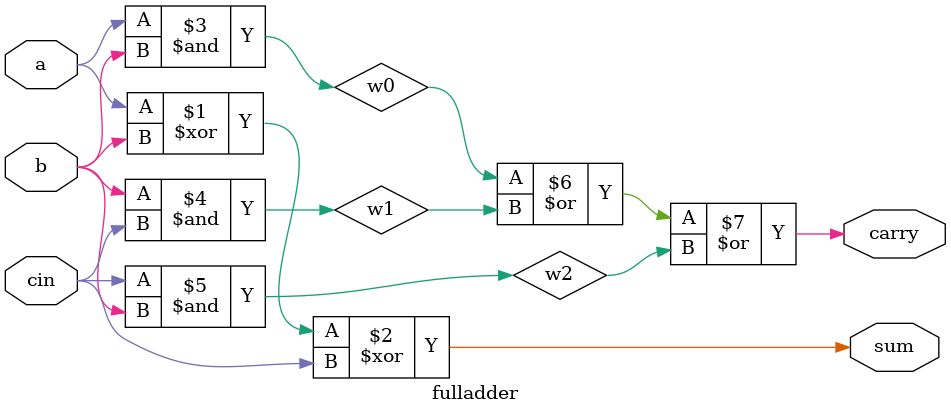
<source format=v>
`timescale 1ns / 1ps
module fulladder(carry, sum, a, b, cin);
output carry, sum;
input a,b,cin;
wire w0, w1, w2;

	xor u0(sum, a, b, cin);
	and u1(w0, a, b);
	and u2(w1, b, cin);
	and u3(w2, cin, b);
	or  u4(carry, w0, w1, w2);
endmodule

</source>
